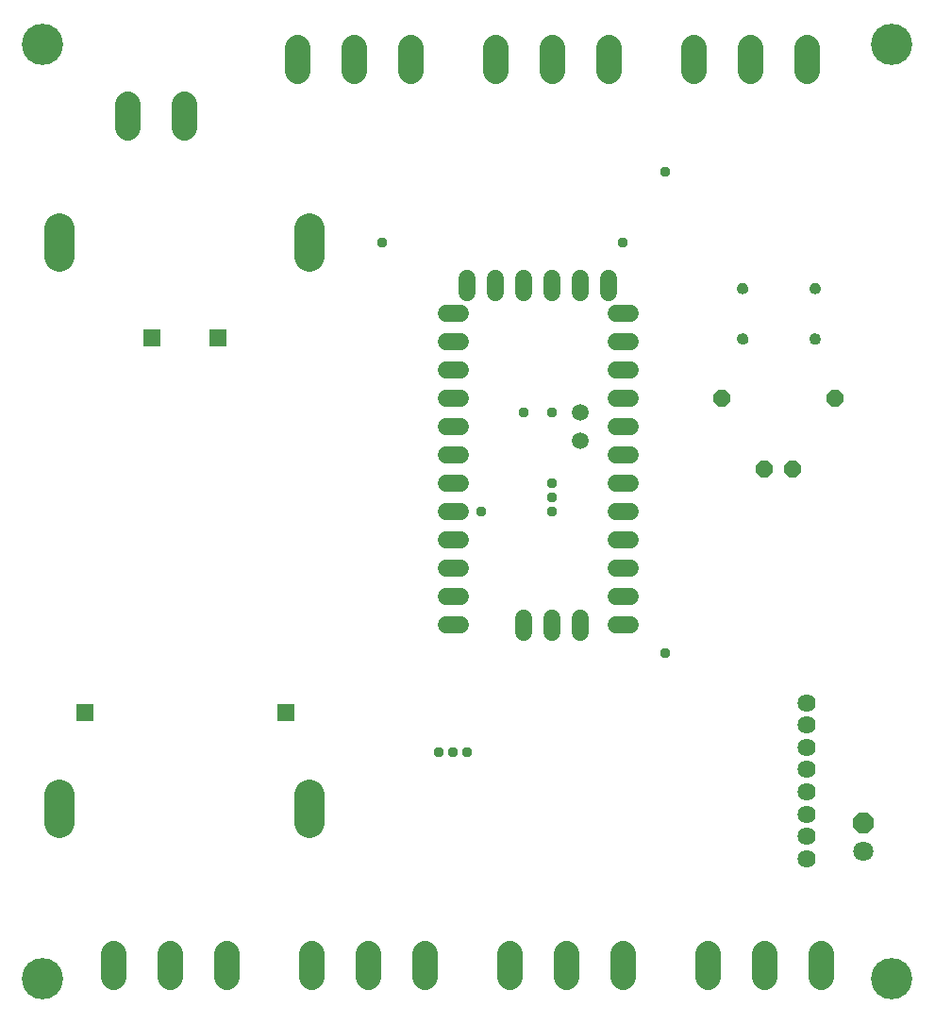
<source format=gbr>
G04 EAGLE Gerber RS-274X export*
G75*
%MOMM*%
%FSLAX34Y34*%
%LPD*%
%INSoldermask Top*%
%IPPOS*%
%AMOC8*
5,1,8,0,0,1.08239X$1,22.5*%
G01*
%ADD10C,3.703200*%
%ADD11P,1.951982X8X112.500000*%
%ADD12C,1.803400*%
%ADD13C,2.743200*%
%ADD14P,1.649562X8X22.500000*%
%ADD15C,1.625600*%
%ADD16C,1.511200*%
%ADD17C,1.511200*%
%ADD18R,1.511200X1.511200*%
%ADD19C,2.298700*%
%ADD20C,0.959600*%

G36*
X666235Y652559D02*
X666235Y652559D01*
X666334Y652559D01*
X667291Y652701D01*
X667339Y652717D01*
X667429Y652737D01*
X668331Y653089D01*
X668374Y653115D01*
X668456Y653155D01*
X669257Y653698D01*
X669293Y653734D01*
X669365Y653791D01*
X670025Y654499D01*
X670052Y654541D01*
X670109Y654613D01*
X670595Y655450D01*
X670612Y655498D01*
X670652Y655581D01*
X670939Y656505D01*
X670945Y656555D01*
X670966Y656645D01*
X671033Y657529D01*
X671034Y657532D01*
X671034Y657540D01*
X671037Y657577D01*
X671041Y657606D01*
X671041Y657658D01*
X671036Y657685D01*
X670933Y658652D01*
X670919Y658700D01*
X670902Y658791D01*
X670583Y659721D01*
X670558Y659765D01*
X670522Y659850D01*
X670003Y660686D01*
X669970Y660723D01*
X669915Y660798D01*
X669224Y661497D01*
X669182Y661526D01*
X669113Y661587D01*
X668283Y662115D01*
X668236Y662134D01*
X668155Y662177D01*
X667228Y662508D01*
X667178Y662516D01*
X667090Y662540D01*
X666137Y662653D01*
X666034Y662673D01*
X666029Y662673D01*
X666026Y662675D01*
X665838Y662681D01*
X664880Y662570D01*
X664832Y662556D01*
X664742Y662538D01*
X663833Y662217D01*
X663789Y662192D01*
X663705Y662155D01*
X662890Y661640D01*
X662853Y661606D01*
X662780Y661551D01*
X662100Y660867D01*
X662071Y660826D01*
X662012Y660756D01*
X661501Y659938D01*
X661483Y659891D01*
X661440Y659810D01*
X661125Y658899D01*
X661117Y658849D01*
X661093Y658760D01*
X660989Y657802D01*
X660991Y657772D01*
X660985Y657733D01*
X660985Y657632D01*
X660990Y657605D01*
X660988Y657568D01*
X661087Y656595D01*
X661100Y656546D01*
X661117Y656456D01*
X661429Y655529D01*
X661454Y655485D01*
X661489Y655400D01*
X662000Y654566D01*
X662034Y654528D01*
X662088Y654454D01*
X662772Y653754D01*
X662813Y653725D01*
X662882Y653665D01*
X663704Y653135D01*
X663751Y653115D01*
X663831Y653071D01*
X664751Y652738D01*
X664800Y652729D01*
X664889Y652704D01*
X665860Y652584D01*
X665870Y652584D01*
X665882Y652581D01*
X666185Y652554D01*
X666235Y652559D01*
G37*
G36*
X731310Y652534D02*
X731310Y652534D01*
X731409Y652534D01*
X732366Y652676D01*
X732414Y652692D01*
X732504Y652712D01*
X733406Y653064D01*
X733449Y653090D01*
X733531Y653130D01*
X734332Y653673D01*
X734368Y653709D01*
X734440Y653766D01*
X735100Y654474D01*
X735127Y654516D01*
X735184Y654588D01*
X735670Y655425D01*
X735687Y655473D01*
X735727Y655556D01*
X736014Y656480D01*
X736020Y656530D01*
X736041Y656620D01*
X736108Y657504D01*
X736109Y657507D01*
X736109Y657515D01*
X736112Y657552D01*
X736116Y657581D01*
X736116Y657633D01*
X736111Y657660D01*
X736008Y658627D01*
X735994Y658675D01*
X735977Y658766D01*
X735658Y659696D01*
X735633Y659740D01*
X735597Y659825D01*
X735078Y660661D01*
X735045Y660698D01*
X734990Y660773D01*
X734299Y661472D01*
X734257Y661501D01*
X734188Y661562D01*
X733358Y662090D01*
X733311Y662109D01*
X733230Y662152D01*
X732303Y662483D01*
X732253Y662491D01*
X732165Y662515D01*
X731212Y662628D01*
X731109Y662648D01*
X731104Y662648D01*
X731101Y662650D01*
X730913Y662656D01*
X729955Y662545D01*
X729907Y662531D01*
X729817Y662513D01*
X728908Y662192D01*
X728864Y662167D01*
X728780Y662130D01*
X727965Y661615D01*
X727928Y661581D01*
X727855Y661526D01*
X727175Y660842D01*
X727146Y660801D01*
X727087Y660731D01*
X726576Y659913D01*
X726558Y659866D01*
X726515Y659785D01*
X726200Y658874D01*
X726192Y658824D01*
X726168Y658735D01*
X726064Y657777D01*
X726066Y657747D01*
X726060Y657708D01*
X726060Y657607D01*
X726065Y657580D01*
X726063Y657543D01*
X726162Y656570D01*
X726175Y656521D01*
X726192Y656431D01*
X726504Y655504D01*
X726529Y655460D01*
X726564Y655375D01*
X727075Y654541D01*
X727109Y654503D01*
X727163Y654429D01*
X727847Y653729D01*
X727888Y653700D01*
X727957Y653640D01*
X728779Y653110D01*
X728826Y653090D01*
X728906Y653046D01*
X729826Y652713D01*
X729875Y652704D01*
X729964Y652679D01*
X730935Y652559D01*
X730945Y652559D01*
X730957Y652556D01*
X731260Y652529D01*
X731310Y652534D01*
G37*
G36*
X731310Y607296D02*
X731310Y607296D01*
X731409Y607296D01*
X732366Y607438D01*
X732414Y607454D01*
X732504Y607474D01*
X733406Y607826D01*
X733449Y607852D01*
X733531Y607892D01*
X734332Y608435D01*
X734368Y608471D01*
X734440Y608528D01*
X735100Y609236D01*
X735127Y609278D01*
X735184Y609350D01*
X735670Y610187D01*
X735687Y610235D01*
X735727Y610318D01*
X736014Y611242D01*
X736020Y611292D01*
X736041Y611382D01*
X736108Y612266D01*
X736109Y612269D01*
X736109Y612277D01*
X736112Y612314D01*
X736116Y612343D01*
X736116Y612395D01*
X736111Y612422D01*
X736008Y613389D01*
X735994Y613437D01*
X735977Y613528D01*
X735658Y614458D01*
X735633Y614502D01*
X735597Y614587D01*
X735078Y615423D01*
X735045Y615460D01*
X734990Y615535D01*
X734299Y616234D01*
X734257Y616263D01*
X734188Y616324D01*
X733358Y616852D01*
X733311Y616871D01*
X733230Y616914D01*
X732303Y617245D01*
X732253Y617253D01*
X732165Y617277D01*
X731212Y617390D01*
X731109Y617410D01*
X731104Y617410D01*
X731101Y617412D01*
X730913Y617418D01*
X729955Y617307D01*
X729907Y617293D01*
X729817Y617275D01*
X728908Y616954D01*
X728864Y616929D01*
X728780Y616892D01*
X727965Y616377D01*
X727928Y616343D01*
X727855Y616288D01*
X727175Y615604D01*
X727146Y615563D01*
X727087Y615493D01*
X726576Y614675D01*
X726558Y614628D01*
X726515Y614547D01*
X726200Y613636D01*
X726192Y613586D01*
X726168Y613497D01*
X726064Y612539D01*
X726066Y612509D01*
X726060Y612470D01*
X726060Y612369D01*
X726065Y612342D01*
X726063Y612305D01*
X726162Y611332D01*
X726175Y611283D01*
X726192Y611193D01*
X726504Y610266D01*
X726529Y610222D01*
X726564Y610137D01*
X727075Y609303D01*
X727109Y609265D01*
X727163Y609191D01*
X727847Y608491D01*
X727888Y608462D01*
X727957Y608402D01*
X728779Y607872D01*
X728826Y607852D01*
X728906Y607808D01*
X729826Y607475D01*
X729875Y607466D01*
X729964Y607441D01*
X730935Y607321D01*
X730945Y607321D01*
X730957Y607318D01*
X731260Y607291D01*
X731310Y607296D01*
G37*
G36*
X666286Y607271D02*
X666286Y607271D01*
X666385Y607271D01*
X667342Y607413D01*
X667390Y607429D01*
X667480Y607449D01*
X668382Y607801D01*
X668425Y607827D01*
X668507Y607867D01*
X669308Y608410D01*
X669344Y608446D01*
X669416Y608503D01*
X670076Y609211D01*
X670103Y609253D01*
X670160Y609325D01*
X670646Y610162D01*
X670663Y610210D01*
X670703Y610293D01*
X670990Y611217D01*
X670996Y611267D01*
X671017Y611357D01*
X671084Y612241D01*
X671085Y612244D01*
X671085Y612252D01*
X671088Y612289D01*
X671092Y612318D01*
X671092Y612370D01*
X671087Y612397D01*
X670984Y613364D01*
X670970Y613412D01*
X670953Y613503D01*
X670634Y614433D01*
X670609Y614477D01*
X670573Y614562D01*
X670054Y615398D01*
X670021Y615435D01*
X669966Y615510D01*
X669275Y616209D01*
X669233Y616238D01*
X669164Y616299D01*
X668334Y616827D01*
X668287Y616846D01*
X668206Y616889D01*
X667279Y617220D01*
X667229Y617228D01*
X667141Y617252D01*
X666188Y617365D01*
X666085Y617385D01*
X666080Y617385D01*
X666077Y617387D01*
X665889Y617393D01*
X664931Y617282D01*
X664883Y617268D01*
X664793Y617250D01*
X663884Y616929D01*
X663840Y616904D01*
X663756Y616867D01*
X662941Y616352D01*
X662904Y616318D01*
X662831Y616263D01*
X662151Y615579D01*
X662122Y615538D01*
X662063Y615468D01*
X661552Y614650D01*
X661534Y614603D01*
X661491Y614522D01*
X661176Y613611D01*
X661168Y613561D01*
X661144Y613472D01*
X661040Y612514D01*
X661042Y612484D01*
X661036Y612445D01*
X661036Y612344D01*
X661041Y612317D01*
X661039Y612280D01*
X661138Y611307D01*
X661151Y611258D01*
X661168Y611168D01*
X661480Y610241D01*
X661505Y610197D01*
X661540Y610112D01*
X662051Y609278D01*
X662085Y609240D01*
X662139Y609166D01*
X662823Y608466D01*
X662864Y608437D01*
X662933Y608377D01*
X663755Y607847D01*
X663802Y607827D01*
X663882Y607783D01*
X664802Y607450D01*
X664851Y607441D01*
X664940Y607416D01*
X665911Y607296D01*
X665921Y607296D01*
X665933Y607293D01*
X666236Y607266D01*
X666286Y607271D01*
G37*
D10*
X38100Y38100D03*
X800100Y38100D03*
X38100Y876300D03*
X800100Y876300D03*
D11*
X774700Y177800D03*
D12*
X774700Y152400D03*
D13*
X52578Y685800D02*
X52578Y711200D01*
X277622Y711200D02*
X277622Y685800D01*
X52578Y203200D02*
X52578Y177800D01*
X277622Y177800D02*
X277622Y203200D01*
D14*
X685800Y495300D03*
X711200Y495300D03*
X647700Y558800D03*
X749300Y558800D03*
D15*
X723900Y145900D03*
X723900Y165900D03*
X723900Y185900D03*
X723900Y205900D03*
X723900Y225900D03*
X723900Y245900D03*
X723900Y265900D03*
X723900Y285900D03*
D16*
X419100Y653860D02*
X419100Y666940D01*
X444500Y666940D02*
X444500Y653860D01*
X469900Y653860D02*
X469900Y666940D01*
X495300Y666940D02*
X495300Y653860D01*
X520700Y653860D02*
X520700Y666940D01*
X546100Y666940D02*
X546100Y653860D01*
X412940Y635000D02*
X399860Y635000D01*
X399860Y609600D02*
X412940Y609600D01*
X412940Y584200D02*
X399860Y584200D01*
X399860Y558800D02*
X412940Y558800D01*
X412940Y533400D02*
X399860Y533400D01*
X399860Y508000D02*
X412940Y508000D01*
X412940Y482600D02*
X399860Y482600D01*
X399860Y457200D02*
X412940Y457200D01*
X412940Y431800D02*
X399860Y431800D01*
X399860Y406400D02*
X412940Y406400D01*
X412940Y381000D02*
X399860Y381000D01*
X399860Y355600D02*
X412940Y355600D01*
X552260Y635000D02*
X565340Y635000D01*
X565340Y609600D02*
X552260Y609600D01*
X552260Y584200D02*
X565340Y584200D01*
X565340Y558800D02*
X552260Y558800D01*
X552260Y533400D02*
X565340Y533400D01*
X565340Y508000D02*
X552260Y508000D01*
X552260Y482600D02*
X565340Y482600D01*
X565340Y457200D02*
X552260Y457200D01*
X552260Y431800D02*
X565340Y431800D01*
X565340Y406400D02*
X552260Y406400D01*
X552260Y381000D02*
X565340Y381000D01*
X565340Y355600D02*
X552260Y355600D01*
X520700Y362140D02*
X520700Y349060D01*
X495300Y349060D02*
X495300Y362140D01*
X469900Y362140D02*
X469900Y349060D01*
D17*
X520700Y546100D03*
X520700Y520700D03*
D18*
X135800Y613000D03*
X194800Y613000D03*
X255800Y277000D03*
X75800Y277000D03*
D19*
X165100Y802323D02*
X165100Y823278D01*
X114300Y823278D02*
X114300Y802323D01*
X101600Y61278D02*
X101600Y40323D01*
X152400Y40323D02*
X152400Y61278D01*
X203200Y61278D02*
X203200Y40323D01*
X279400Y40323D02*
X279400Y61278D01*
X330200Y61278D02*
X330200Y40323D01*
X381000Y40323D02*
X381000Y61278D01*
X457200Y61278D02*
X457200Y40323D01*
X508000Y40323D02*
X508000Y61278D01*
X558800Y61278D02*
X558800Y40323D01*
X635000Y40323D02*
X635000Y61278D01*
X685800Y61278D02*
X685800Y40323D01*
X736600Y40323D02*
X736600Y61278D01*
X723900Y853123D02*
X723900Y874078D01*
X673100Y874078D02*
X673100Y853123D01*
X622300Y853123D02*
X622300Y874078D01*
X546100Y874078D02*
X546100Y853123D01*
X495300Y853123D02*
X495300Y874078D01*
X444500Y874078D02*
X444500Y853123D01*
X368300Y853123D02*
X368300Y874078D01*
X317500Y874078D02*
X317500Y853123D01*
X266700Y853123D02*
X266700Y874078D01*
D20*
X431800Y457200D03*
X495300Y546100D03*
X469900Y546100D03*
X342900Y698500D03*
X558800Y698500D03*
X596900Y330200D03*
X393700Y241300D03*
X495300Y482600D03*
X406400Y241300D03*
X495300Y469900D03*
X419100Y241300D03*
X495300Y457200D03*
X596900Y762000D03*
M02*

</source>
